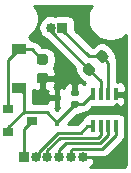
<source format=gbr>
G04 #@! TF.GenerationSoftware,KiCad,Pcbnew,(5.1.6)-1*
G04 #@! TF.CreationDate,2020-12-13T22:05:12+01:00*
G04 #@! TF.ProjectId,RS485,52533438-352e-46b6-9963-61645f706362,rev?*
G04 #@! TF.SameCoordinates,Original*
G04 #@! TF.FileFunction,Copper,L1,Top*
G04 #@! TF.FilePolarity,Positive*
%FSLAX46Y46*%
G04 Gerber Fmt 4.6, Leading zero omitted, Abs format (unit mm)*
G04 Created by KiCad (PCBNEW (5.1.6)-1) date 2020-12-13 22:05:12*
%MOMM*%
%LPD*%
G01*
G04 APERTURE LIST*
G04 #@! TA.AperFunction,SMDPad,CuDef*
%ADD10R,1.200000X0.900000*%
G04 #@! TD*
G04 #@! TA.AperFunction,SMDPad,CuDef*
%ADD11R,0.431000X0.973699*%
G04 #@! TD*
G04 #@! TA.AperFunction,SMDPad,CuDef*
%ADD12R,0.450000X0.600000*%
G04 #@! TD*
G04 #@! TA.AperFunction,SMDPad,CuDef*
%ADD13R,0.900000X0.800000*%
G04 #@! TD*
G04 #@! TA.AperFunction,ComponentPad*
%ADD14O,0.850000X0.850000*%
G04 #@! TD*
G04 #@! TA.AperFunction,ComponentPad*
%ADD15R,0.850000X0.850000*%
G04 #@! TD*
G04 #@! TA.AperFunction,Conductor*
%ADD16C,0.250000*%
G04 #@! TD*
G04 #@! TA.AperFunction,Conductor*
%ADD17C,0.254000*%
G04 #@! TD*
G04 APERTURE END LIST*
D10*
X150250000Y-84350000D03*
X150250000Y-87650000D03*
D11*
X156525001Y-88136851D03*
X157174999Y-88136851D03*
X157825001Y-88136851D03*
X158474999Y-88136851D03*
X158474999Y-90863149D03*
X157825001Y-90863149D03*
X157174999Y-90863149D03*
X156525001Y-90863149D03*
D12*
X153500000Y-88450000D03*
X153500000Y-90550000D03*
G04 #@! TA.AperFunction,SMDPad,CuDef*
G36*
G01*
X151993750Y-84775000D02*
X152506250Y-84775000D01*
G75*
G02*
X152725000Y-84993750I0J-218750D01*
G01*
X152725000Y-85431250D01*
G75*
G02*
X152506250Y-85650000I-218750J0D01*
G01*
X151993750Y-85650000D01*
G75*
G02*
X151775000Y-85431250I0J218750D01*
G01*
X151775000Y-84993750D01*
G75*
G02*
X151993750Y-84775000I218750J0D01*
G01*
G37*
G04 #@! TD.AperFunction*
G04 #@! TA.AperFunction,SMDPad,CuDef*
G36*
G01*
X151993750Y-86350000D02*
X152506250Y-86350000D01*
G75*
G02*
X152725000Y-86568750I0J-218750D01*
G01*
X152725000Y-87006250D01*
G75*
G02*
X152506250Y-87225000I-218750J0D01*
G01*
X151993750Y-87225000D01*
G75*
G02*
X151775000Y-87006250I0J218750D01*
G01*
X151775000Y-86568750D01*
G75*
G02*
X151993750Y-86350000I218750J0D01*
G01*
G37*
G04 #@! TD.AperFunction*
D13*
X149375000Y-89425000D03*
X149375000Y-91325000D03*
X151375000Y-90375000D03*
G04 #@! TA.AperFunction,SMDPad,CuDef*
G36*
G01*
X157178684Y-85433708D02*
X156816291Y-85071316D01*
G75*
G02*
X156816291Y-84761956I154680J154680D01*
G01*
X157125650Y-84452597D01*
G75*
G02*
X157435010Y-84452597I154680J-154680D01*
G01*
X157797403Y-84814990D01*
G75*
G02*
X157797403Y-85124350I-154680J-154680D01*
G01*
X157488044Y-85433709D01*
G75*
G02*
X157178684Y-85433709I-154680J154680D01*
G01*
G37*
G04 #@! TD.AperFunction*
G04 #@! TA.AperFunction,SMDPad,CuDef*
G36*
G01*
X156064990Y-86547402D02*
X155702597Y-86185010D01*
G75*
G02*
X155702597Y-85875650I154680J154680D01*
G01*
X156011956Y-85566291D01*
G75*
G02*
X156321316Y-85566291I154680J-154680D01*
G01*
X156683709Y-85928684D01*
G75*
G02*
X156683709Y-86238044I-154680J-154680D01*
G01*
X156374350Y-86547403D01*
G75*
G02*
X156064990Y-86547403I-154680J154680D01*
G01*
G37*
G04 #@! TD.AperFunction*
G04 #@! TA.AperFunction,SMDPad,CuDef*
G36*
G01*
X154827500Y-88690000D02*
X155172500Y-88690000D01*
G75*
G02*
X155320000Y-88837500I0J-147500D01*
G01*
X155320000Y-89132500D01*
G75*
G02*
X155172500Y-89280000I-147500J0D01*
G01*
X154827500Y-89280000D01*
G75*
G02*
X154680000Y-89132500I0J147500D01*
G01*
X154680000Y-88837500D01*
G75*
G02*
X154827500Y-88690000I147500J0D01*
G01*
G37*
G04 #@! TD.AperFunction*
G04 #@! TA.AperFunction,SMDPad,CuDef*
G36*
G01*
X154827500Y-87720000D02*
X155172500Y-87720000D01*
G75*
G02*
X155320000Y-87867500I0J-147500D01*
G01*
X155320000Y-88162500D01*
G75*
G02*
X155172500Y-88310000I-147500J0D01*
G01*
X154827500Y-88310000D01*
G75*
G02*
X154680000Y-88162500I0J147500D01*
G01*
X154680000Y-87867500D01*
G75*
G02*
X154827500Y-87720000I147500J0D01*
G01*
G37*
G04 #@! TD.AperFunction*
D14*
X155675000Y-93500000D03*
X154675000Y-93500000D03*
X153675000Y-93500000D03*
X152675000Y-93500000D03*
X151675000Y-93500000D03*
D15*
X150675000Y-93500000D03*
D14*
X152950000Y-82500000D03*
D15*
X153950000Y-82500000D03*
D16*
X150675000Y-91075000D02*
X151375000Y-90375000D01*
X150675000Y-93500000D02*
X150675000Y-91075000D01*
X158930925Y-88136851D02*
X158474999Y-88136851D01*
X159250000Y-88455926D02*
X158930925Y-88136851D01*
X159250000Y-92000000D02*
X159250000Y-88455926D01*
X155675000Y-93500000D02*
X157750000Y-93500000D01*
X157750000Y-93500000D02*
X159250000Y-92000000D01*
X154675000Y-92898960D02*
X154675000Y-93500000D01*
X157324998Y-92749999D02*
X154823961Y-92749999D01*
X154823961Y-92749999D02*
X154675000Y-92898960D01*
X158474999Y-91599998D02*
X157324998Y-92749999D01*
X158474999Y-90863149D02*
X158474999Y-91599998D01*
X153675000Y-92898960D02*
X153675000Y-93500000D01*
X154273970Y-92299990D02*
X153675000Y-92898960D01*
X157125010Y-92299989D02*
X154273970Y-92299990D01*
X157825001Y-91599998D02*
X157125010Y-92299989D01*
X157825001Y-90863149D02*
X157825001Y-91599998D01*
X152675000Y-92898960D02*
X152675000Y-93500000D01*
X153723979Y-91849981D02*
X152675000Y-92898960D01*
X157174999Y-91599998D02*
X156925016Y-91849981D01*
X156925016Y-91849981D02*
X153723979Y-91849981D01*
X157174999Y-90863149D02*
X157174999Y-91599998D01*
X151924999Y-93250001D02*
X151675000Y-93500000D01*
X156525001Y-90863149D02*
X156059501Y-90863149D01*
X156059501Y-90863149D02*
X155522679Y-91399971D01*
X155522679Y-91399971D02*
X153537578Y-91399972D01*
X151924999Y-93012551D02*
X151924999Y-93250001D01*
X153537578Y-91399972D02*
X151924999Y-93012551D01*
X157750000Y-85386306D02*
X157306847Y-84943153D01*
X157825001Y-88136851D02*
X157825001Y-85461307D01*
X157825001Y-85461307D02*
X157750000Y-85386306D01*
X157306847Y-84943153D02*
X156193153Y-84943153D01*
X153950000Y-82700000D02*
X153950000Y-82500000D01*
X156193153Y-84943153D02*
X153950000Y-82700000D01*
X157174999Y-87038693D02*
X156193153Y-86056847D01*
X157174999Y-88136851D02*
X157174999Y-87038693D01*
X152950000Y-82813694D02*
X152950000Y-82500000D01*
X156193153Y-86056847D02*
X152950000Y-82813694D01*
X150664999Y-89649999D02*
X152599999Y-89649999D01*
X149375000Y-90939998D02*
X150664999Y-89649999D01*
X152599999Y-89649999D02*
X153500000Y-90550000D01*
X149375000Y-91325000D02*
X149375000Y-90939998D01*
X150664999Y-88064999D02*
X150250000Y-87650000D01*
X150664999Y-89649999D02*
X150664999Y-88064999D01*
X153500000Y-90485000D02*
X155000000Y-88985000D01*
X153500000Y-90550000D02*
X153500000Y-90485000D01*
X155676852Y-88985000D02*
X156525001Y-88136851D01*
X155000000Y-88985000D02*
X155676852Y-88985000D01*
X149324999Y-85275001D02*
X150250000Y-84350000D01*
X149324999Y-89374999D02*
X149324999Y-85275001D01*
X149375000Y-89425000D02*
X149324999Y-89374999D01*
X151387500Y-84350000D02*
X152250000Y-85212500D01*
X150250000Y-84350000D02*
X151387500Y-84350000D01*
D17*
G36*
X156297892Y-80840204D02*
G01*
X156153105Y-81189751D01*
X156079293Y-81560827D01*
X156079293Y-81939173D01*
X156153105Y-82310249D01*
X156297892Y-82659796D01*
X156508090Y-82974379D01*
X156775621Y-83241910D01*
X157090204Y-83452108D01*
X157439751Y-83596895D01*
X157810827Y-83670707D01*
X158189173Y-83670707D01*
X158560249Y-83596895D01*
X158909796Y-83452108D01*
X159224379Y-83241910D01*
X159340001Y-83126288D01*
X159340000Y-93967721D01*
X159330420Y-94065424D01*
X159311420Y-94128357D01*
X159280554Y-94186406D01*
X159239011Y-94237343D01*
X159188356Y-94279248D01*
X159130529Y-94310515D01*
X159067728Y-94329956D01*
X158972165Y-94340000D01*
X156314869Y-94340000D01*
X156361571Y-94307609D01*
X156505936Y-94158148D01*
X156618368Y-93983394D01*
X156694547Y-93790064D01*
X156568623Y-93627002D01*
X156735000Y-93627002D01*
X156735000Y-93509999D01*
X157287676Y-93509999D01*
X157324998Y-93513675D01*
X157362320Y-93509999D01*
X157362331Y-93509999D01*
X157473984Y-93499002D01*
X157617245Y-93455545D01*
X157749274Y-93384973D01*
X157864999Y-93290000D01*
X157888802Y-93260996D01*
X158986002Y-92163797D01*
X159015000Y-92139999D01*
X159064655Y-92079494D01*
X159109973Y-92024275D01*
X159180545Y-91892245D01*
X159193365Y-91849981D01*
X159224002Y-91748984D01*
X159230044Y-91687640D01*
X159280001Y-91594178D01*
X159316311Y-91474480D01*
X159328571Y-91349998D01*
X159328571Y-90376300D01*
X159316311Y-90251818D01*
X159280001Y-90132120D01*
X159221036Y-90021806D01*
X159141684Y-89925115D01*
X159044993Y-89845763D01*
X158934679Y-89786798D01*
X158814981Y-89750488D01*
X158690499Y-89738228D01*
X158259499Y-89738228D01*
X158150000Y-89749012D01*
X158040501Y-89738228D01*
X157609501Y-89738228D01*
X157500000Y-89749013D01*
X157390499Y-89738228D01*
X156959499Y-89738228D01*
X156850000Y-89749012D01*
X156740501Y-89738228D01*
X156309501Y-89738228D01*
X156185019Y-89750488D01*
X156065321Y-89786798D01*
X155955007Y-89845763D01*
X155858316Y-89925115D01*
X155778964Y-90021806D01*
X155719999Y-90132120D01*
X155701628Y-90192681D01*
X155635224Y-90228175D01*
X155566016Y-90284973D01*
X155519500Y-90323148D01*
X155495701Y-90352147D01*
X155207877Y-90639971D01*
X154419829Y-90639972D01*
X155141730Y-89918072D01*
X155172500Y-89918072D01*
X155325757Y-89902977D01*
X155473125Y-89858274D01*
X155608940Y-89785679D01*
X155656474Y-89746669D01*
X155676852Y-89748676D01*
X155714174Y-89745000D01*
X155714185Y-89745000D01*
X155825838Y-89734003D01*
X155969099Y-89690546D01*
X156101128Y-89619974D01*
X156216853Y-89525001D01*
X156240655Y-89495998D01*
X156474881Y-89261772D01*
X156740501Y-89261772D01*
X156850000Y-89250988D01*
X156959499Y-89261772D01*
X157390499Y-89261772D01*
X157500000Y-89250987D01*
X157609501Y-89261772D01*
X158040501Y-89261772D01*
X158154732Y-89250522D01*
X158227749Y-89258700D01*
X158268268Y-89218181D01*
X158284681Y-89213202D01*
X158394995Y-89154237D01*
X158491686Y-89074885D01*
X158563499Y-88987380D01*
X158563499Y-89099950D01*
X158722249Y-89258700D01*
X158827305Y-89246933D01*
X158946263Y-89208269D01*
X159055393Y-89147139D01*
X159150499Y-89065894D01*
X159227928Y-88967656D01*
X159284704Y-88856200D01*
X159318645Y-88735809D01*
X159328447Y-88611109D01*
X159325499Y-88422601D01*
X159166749Y-88263851D01*
X158678573Y-88263851D01*
X158678573Y-88009851D01*
X159166749Y-88009851D01*
X159325499Y-87851101D01*
X159328447Y-87662593D01*
X159318645Y-87537893D01*
X159284704Y-87417502D01*
X159227928Y-87306046D01*
X159150499Y-87207808D01*
X159055393Y-87126563D01*
X158946263Y-87065433D01*
X158827305Y-87026769D01*
X158722249Y-87015002D01*
X158602001Y-87135250D01*
X158602001Y-87015002D01*
X158585001Y-87015002D01*
X158585001Y-85498629D01*
X158588677Y-85461306D01*
X158585001Y-85423984D01*
X158585001Y-85423974D01*
X158574004Y-85312321D01*
X158530547Y-85169060D01*
X158487786Y-85089061D01*
X158499545Y-84969670D01*
X158483081Y-84802512D01*
X158434323Y-84641778D01*
X158355144Y-84493645D01*
X158248588Y-84363805D01*
X157886195Y-84001412D01*
X157756355Y-83894856D01*
X157608222Y-83815677D01*
X157447488Y-83766919D01*
X157280330Y-83750455D01*
X157113172Y-83766919D01*
X156952438Y-83815677D01*
X156804305Y-83894856D01*
X156674465Y-84001412D01*
X156500340Y-84175537D01*
X155013072Y-82688271D01*
X155013072Y-82075000D01*
X155000812Y-81950518D01*
X154964502Y-81830820D01*
X154905537Y-81720506D01*
X154826185Y-81623815D01*
X154729494Y-81544463D01*
X154619180Y-81485498D01*
X154499482Y-81449188D01*
X154375000Y-81436928D01*
X153525000Y-81436928D01*
X153400518Y-81449188D01*
X153280820Y-81485498D01*
X153276397Y-81487862D01*
X153259191Y-81480735D01*
X153054401Y-81440000D01*
X152845599Y-81440000D01*
X152640809Y-81480735D01*
X152447902Y-81560640D01*
X152274289Y-81676644D01*
X152126644Y-81824289D01*
X152010640Y-81997902D01*
X151930735Y-82190809D01*
X151890000Y-82395599D01*
X151890000Y-82604401D01*
X151930735Y-82809191D01*
X152010640Y-83002098D01*
X152126644Y-83175711D01*
X152274289Y-83323356D01*
X152447902Y-83439360D01*
X152538316Y-83476811D01*
X155008648Y-85947144D01*
X155000455Y-86030330D01*
X155016919Y-86197488D01*
X155065677Y-86358222D01*
X155144856Y-86506355D01*
X155251412Y-86636195D01*
X155613805Y-86998588D01*
X155743645Y-87105144D01*
X155882209Y-87179208D01*
X155858316Y-87198817D01*
X155786028Y-87286901D01*
X155771185Y-87268815D01*
X155674494Y-87189463D01*
X155564180Y-87130498D01*
X155444482Y-87094188D01*
X155320000Y-87081928D01*
X155285750Y-87085000D01*
X155127000Y-87243750D01*
X155127000Y-87888000D01*
X155147000Y-87888000D01*
X155147000Y-88051928D01*
X154853000Y-88051928D01*
X154853000Y-87888000D01*
X154873000Y-87888000D01*
X154873000Y-87243750D01*
X154714250Y-87085000D01*
X154680000Y-87081928D01*
X154555518Y-87094188D01*
X154435820Y-87130498D01*
X154325506Y-87189463D01*
X154228815Y-87268815D01*
X154149463Y-87365506D01*
X154090498Y-87475820D01*
X154054188Y-87595518D01*
X154053146Y-87606103D01*
X153984249Y-87566968D01*
X153865524Y-87527594D01*
X153756750Y-87515000D01*
X153598000Y-87673750D01*
X153598000Y-88323000D01*
X153647000Y-88323000D01*
X153647000Y-88577000D01*
X153598000Y-88577000D01*
X153598000Y-89226250D01*
X153640974Y-89269224D01*
X153467500Y-89442699D01*
X153326526Y-89301724D01*
X153402000Y-89226250D01*
X153402000Y-88577000D01*
X152798750Y-88577000D01*
X152640000Y-88735750D01*
X152646196Y-88858357D01*
X152655403Y-88891779D01*
X152637332Y-88889999D01*
X152637321Y-88889999D01*
X152599999Y-88886323D01*
X152562677Y-88889999D01*
X151424999Y-88889999D01*
X151424999Y-88371313D01*
X151439502Y-88344180D01*
X151475812Y-88224482D01*
X151488072Y-88100000D01*
X151488072Y-87791652D01*
X151530820Y-87814502D01*
X151650518Y-87850812D01*
X151775000Y-87863072D01*
X151964250Y-87860000D01*
X152123000Y-87701250D01*
X152123000Y-86914500D01*
X152377000Y-86914500D01*
X152377000Y-87701250D01*
X152535750Y-87860000D01*
X152708651Y-87862807D01*
X152679418Y-87921051D01*
X152646196Y-88041643D01*
X152640000Y-88164250D01*
X152798750Y-88323000D01*
X153402000Y-88323000D01*
X153402000Y-87673750D01*
X153273722Y-87545472D01*
X153314502Y-87469180D01*
X153350812Y-87349482D01*
X153363072Y-87225000D01*
X153360000Y-87073250D01*
X153201250Y-86914500D01*
X152377000Y-86914500D01*
X152123000Y-86914500D01*
X152103000Y-86914500D01*
X152103000Y-86660500D01*
X152123000Y-86660500D01*
X152123000Y-86640500D01*
X152377000Y-86640500D01*
X152377000Y-86660500D01*
X153201250Y-86660500D01*
X153360000Y-86501750D01*
X153363072Y-86350000D01*
X153350812Y-86225518D01*
X153314502Y-86105820D01*
X153255537Y-85995506D01*
X153200900Y-85928930D01*
X153218671Y-85907275D01*
X153297850Y-85759142D01*
X153346608Y-85598408D01*
X153363072Y-85431250D01*
X153363072Y-84993750D01*
X153346608Y-84826592D01*
X153297850Y-84665858D01*
X153218671Y-84517725D01*
X153112115Y-84387885D01*
X152982275Y-84281329D01*
X152834142Y-84202150D01*
X152673408Y-84153392D01*
X152506250Y-84136928D01*
X152249229Y-84136928D01*
X151951303Y-83839002D01*
X151927501Y-83809999D01*
X151811776Y-83715026D01*
X151679747Y-83644454D01*
X151536486Y-83600997D01*
X151424833Y-83590000D01*
X151424822Y-83590000D01*
X151403181Y-83587868D01*
X151380537Y-83545506D01*
X151301185Y-83448815D01*
X151204494Y-83369463D01*
X151109486Y-83318679D01*
X151224379Y-83241910D01*
X151491910Y-82974379D01*
X151702108Y-82659796D01*
X151846895Y-82310249D01*
X151920707Y-81939173D01*
X151920707Y-81560827D01*
X151846895Y-81189751D01*
X151702108Y-80840204D01*
X151581699Y-80660000D01*
X156418301Y-80660000D01*
X156297892Y-80840204D01*
G37*
X156297892Y-80840204D02*
X156153105Y-81189751D01*
X156079293Y-81560827D01*
X156079293Y-81939173D01*
X156153105Y-82310249D01*
X156297892Y-82659796D01*
X156508090Y-82974379D01*
X156775621Y-83241910D01*
X157090204Y-83452108D01*
X157439751Y-83596895D01*
X157810827Y-83670707D01*
X158189173Y-83670707D01*
X158560249Y-83596895D01*
X158909796Y-83452108D01*
X159224379Y-83241910D01*
X159340001Y-83126288D01*
X159340000Y-93967721D01*
X159330420Y-94065424D01*
X159311420Y-94128357D01*
X159280554Y-94186406D01*
X159239011Y-94237343D01*
X159188356Y-94279248D01*
X159130529Y-94310515D01*
X159067728Y-94329956D01*
X158972165Y-94340000D01*
X156314869Y-94340000D01*
X156361571Y-94307609D01*
X156505936Y-94158148D01*
X156618368Y-93983394D01*
X156694547Y-93790064D01*
X156568623Y-93627002D01*
X156735000Y-93627002D01*
X156735000Y-93509999D01*
X157287676Y-93509999D01*
X157324998Y-93513675D01*
X157362320Y-93509999D01*
X157362331Y-93509999D01*
X157473984Y-93499002D01*
X157617245Y-93455545D01*
X157749274Y-93384973D01*
X157864999Y-93290000D01*
X157888802Y-93260996D01*
X158986002Y-92163797D01*
X159015000Y-92139999D01*
X159064655Y-92079494D01*
X159109973Y-92024275D01*
X159180545Y-91892245D01*
X159193365Y-91849981D01*
X159224002Y-91748984D01*
X159230044Y-91687640D01*
X159280001Y-91594178D01*
X159316311Y-91474480D01*
X159328571Y-91349998D01*
X159328571Y-90376300D01*
X159316311Y-90251818D01*
X159280001Y-90132120D01*
X159221036Y-90021806D01*
X159141684Y-89925115D01*
X159044993Y-89845763D01*
X158934679Y-89786798D01*
X158814981Y-89750488D01*
X158690499Y-89738228D01*
X158259499Y-89738228D01*
X158150000Y-89749012D01*
X158040501Y-89738228D01*
X157609501Y-89738228D01*
X157500000Y-89749013D01*
X157390499Y-89738228D01*
X156959499Y-89738228D01*
X156850000Y-89749012D01*
X156740501Y-89738228D01*
X156309501Y-89738228D01*
X156185019Y-89750488D01*
X156065321Y-89786798D01*
X155955007Y-89845763D01*
X155858316Y-89925115D01*
X155778964Y-90021806D01*
X155719999Y-90132120D01*
X155701628Y-90192681D01*
X155635224Y-90228175D01*
X155566016Y-90284973D01*
X155519500Y-90323148D01*
X155495701Y-90352147D01*
X155207877Y-90639971D01*
X154419829Y-90639972D01*
X155141730Y-89918072D01*
X155172500Y-89918072D01*
X155325757Y-89902977D01*
X155473125Y-89858274D01*
X155608940Y-89785679D01*
X155656474Y-89746669D01*
X155676852Y-89748676D01*
X155714174Y-89745000D01*
X155714185Y-89745000D01*
X155825838Y-89734003D01*
X155969099Y-89690546D01*
X156101128Y-89619974D01*
X156216853Y-89525001D01*
X156240655Y-89495998D01*
X156474881Y-89261772D01*
X156740501Y-89261772D01*
X156850000Y-89250988D01*
X156959499Y-89261772D01*
X157390499Y-89261772D01*
X157500000Y-89250987D01*
X157609501Y-89261772D01*
X158040501Y-89261772D01*
X158154732Y-89250522D01*
X158227749Y-89258700D01*
X158268268Y-89218181D01*
X158284681Y-89213202D01*
X158394995Y-89154237D01*
X158491686Y-89074885D01*
X158563499Y-88987380D01*
X158563499Y-89099950D01*
X158722249Y-89258700D01*
X158827305Y-89246933D01*
X158946263Y-89208269D01*
X159055393Y-89147139D01*
X159150499Y-89065894D01*
X159227928Y-88967656D01*
X159284704Y-88856200D01*
X159318645Y-88735809D01*
X159328447Y-88611109D01*
X159325499Y-88422601D01*
X159166749Y-88263851D01*
X158678573Y-88263851D01*
X158678573Y-88009851D01*
X159166749Y-88009851D01*
X159325499Y-87851101D01*
X159328447Y-87662593D01*
X159318645Y-87537893D01*
X159284704Y-87417502D01*
X159227928Y-87306046D01*
X159150499Y-87207808D01*
X159055393Y-87126563D01*
X158946263Y-87065433D01*
X158827305Y-87026769D01*
X158722249Y-87015002D01*
X158602001Y-87135250D01*
X158602001Y-87015002D01*
X158585001Y-87015002D01*
X158585001Y-85498629D01*
X158588677Y-85461306D01*
X158585001Y-85423984D01*
X158585001Y-85423974D01*
X158574004Y-85312321D01*
X158530547Y-85169060D01*
X158487786Y-85089061D01*
X158499545Y-84969670D01*
X158483081Y-84802512D01*
X158434323Y-84641778D01*
X158355144Y-84493645D01*
X158248588Y-84363805D01*
X157886195Y-84001412D01*
X157756355Y-83894856D01*
X157608222Y-83815677D01*
X157447488Y-83766919D01*
X157280330Y-83750455D01*
X157113172Y-83766919D01*
X156952438Y-83815677D01*
X156804305Y-83894856D01*
X156674465Y-84001412D01*
X156500340Y-84175537D01*
X155013072Y-82688271D01*
X155013072Y-82075000D01*
X155000812Y-81950518D01*
X154964502Y-81830820D01*
X154905537Y-81720506D01*
X154826185Y-81623815D01*
X154729494Y-81544463D01*
X154619180Y-81485498D01*
X154499482Y-81449188D01*
X154375000Y-81436928D01*
X153525000Y-81436928D01*
X153400518Y-81449188D01*
X153280820Y-81485498D01*
X153276397Y-81487862D01*
X153259191Y-81480735D01*
X153054401Y-81440000D01*
X152845599Y-81440000D01*
X152640809Y-81480735D01*
X152447902Y-81560640D01*
X152274289Y-81676644D01*
X152126644Y-81824289D01*
X152010640Y-81997902D01*
X151930735Y-82190809D01*
X151890000Y-82395599D01*
X151890000Y-82604401D01*
X151930735Y-82809191D01*
X152010640Y-83002098D01*
X152126644Y-83175711D01*
X152274289Y-83323356D01*
X152447902Y-83439360D01*
X152538316Y-83476811D01*
X155008648Y-85947144D01*
X155000455Y-86030330D01*
X155016919Y-86197488D01*
X155065677Y-86358222D01*
X155144856Y-86506355D01*
X155251412Y-86636195D01*
X155613805Y-86998588D01*
X155743645Y-87105144D01*
X155882209Y-87179208D01*
X155858316Y-87198817D01*
X155786028Y-87286901D01*
X155771185Y-87268815D01*
X155674494Y-87189463D01*
X155564180Y-87130498D01*
X155444482Y-87094188D01*
X155320000Y-87081928D01*
X155285750Y-87085000D01*
X155127000Y-87243750D01*
X155127000Y-87888000D01*
X155147000Y-87888000D01*
X155147000Y-88051928D01*
X154853000Y-88051928D01*
X154853000Y-87888000D01*
X154873000Y-87888000D01*
X154873000Y-87243750D01*
X154714250Y-87085000D01*
X154680000Y-87081928D01*
X154555518Y-87094188D01*
X154435820Y-87130498D01*
X154325506Y-87189463D01*
X154228815Y-87268815D01*
X154149463Y-87365506D01*
X154090498Y-87475820D01*
X154054188Y-87595518D01*
X154053146Y-87606103D01*
X153984249Y-87566968D01*
X153865524Y-87527594D01*
X153756750Y-87515000D01*
X153598000Y-87673750D01*
X153598000Y-88323000D01*
X153647000Y-88323000D01*
X153647000Y-88577000D01*
X153598000Y-88577000D01*
X153598000Y-89226250D01*
X153640974Y-89269224D01*
X153467500Y-89442699D01*
X153326526Y-89301724D01*
X153402000Y-89226250D01*
X153402000Y-88577000D01*
X152798750Y-88577000D01*
X152640000Y-88735750D01*
X152646196Y-88858357D01*
X152655403Y-88891779D01*
X152637332Y-88889999D01*
X152637321Y-88889999D01*
X152599999Y-88886323D01*
X152562677Y-88889999D01*
X151424999Y-88889999D01*
X151424999Y-88371313D01*
X151439502Y-88344180D01*
X151475812Y-88224482D01*
X151488072Y-88100000D01*
X151488072Y-87791652D01*
X151530820Y-87814502D01*
X151650518Y-87850812D01*
X151775000Y-87863072D01*
X151964250Y-87860000D01*
X152123000Y-87701250D01*
X152123000Y-86914500D01*
X152377000Y-86914500D01*
X152377000Y-87701250D01*
X152535750Y-87860000D01*
X152708651Y-87862807D01*
X152679418Y-87921051D01*
X152646196Y-88041643D01*
X152640000Y-88164250D01*
X152798750Y-88323000D01*
X153402000Y-88323000D01*
X153402000Y-87673750D01*
X153273722Y-87545472D01*
X153314502Y-87469180D01*
X153350812Y-87349482D01*
X153363072Y-87225000D01*
X153360000Y-87073250D01*
X153201250Y-86914500D01*
X152377000Y-86914500D01*
X152123000Y-86914500D01*
X152103000Y-86914500D01*
X152103000Y-86660500D01*
X152123000Y-86660500D01*
X152123000Y-86640500D01*
X152377000Y-86640500D01*
X152377000Y-86660500D01*
X153201250Y-86660500D01*
X153360000Y-86501750D01*
X153363072Y-86350000D01*
X153350812Y-86225518D01*
X153314502Y-86105820D01*
X153255537Y-85995506D01*
X153200900Y-85928930D01*
X153218671Y-85907275D01*
X153297850Y-85759142D01*
X153346608Y-85598408D01*
X153363072Y-85431250D01*
X153363072Y-84993750D01*
X153346608Y-84826592D01*
X153297850Y-84665858D01*
X153218671Y-84517725D01*
X153112115Y-84387885D01*
X152982275Y-84281329D01*
X152834142Y-84202150D01*
X152673408Y-84153392D01*
X152506250Y-84136928D01*
X152249229Y-84136928D01*
X151951303Y-83839002D01*
X151927501Y-83809999D01*
X151811776Y-83715026D01*
X151679747Y-83644454D01*
X151536486Y-83600997D01*
X151424833Y-83590000D01*
X151424822Y-83590000D01*
X151403181Y-83587868D01*
X151380537Y-83545506D01*
X151301185Y-83448815D01*
X151204494Y-83369463D01*
X151109486Y-83318679D01*
X151224379Y-83241910D01*
X151491910Y-82974379D01*
X151702108Y-82659796D01*
X151846895Y-82310249D01*
X151920707Y-81939173D01*
X151920707Y-81560827D01*
X151846895Y-81189751D01*
X151702108Y-80840204D01*
X151581699Y-80660000D01*
X156418301Y-80660000D01*
X156297892Y-80840204D01*
G36*
X155822000Y-93627000D02*
G01*
X155802000Y-93627000D01*
X155802000Y-93647000D01*
X155726527Y-93647000D01*
X155735000Y-93604401D01*
X155735000Y-93509999D01*
X155822000Y-93509999D01*
X155822000Y-93627000D01*
G37*
X155822000Y-93627000D02*
X155802000Y-93627000D01*
X155802000Y-93647000D01*
X155726527Y-93647000D01*
X155735000Y-93604401D01*
X155735000Y-93509999D01*
X155822000Y-93509999D01*
X155822000Y-93627000D01*
M02*

</source>
